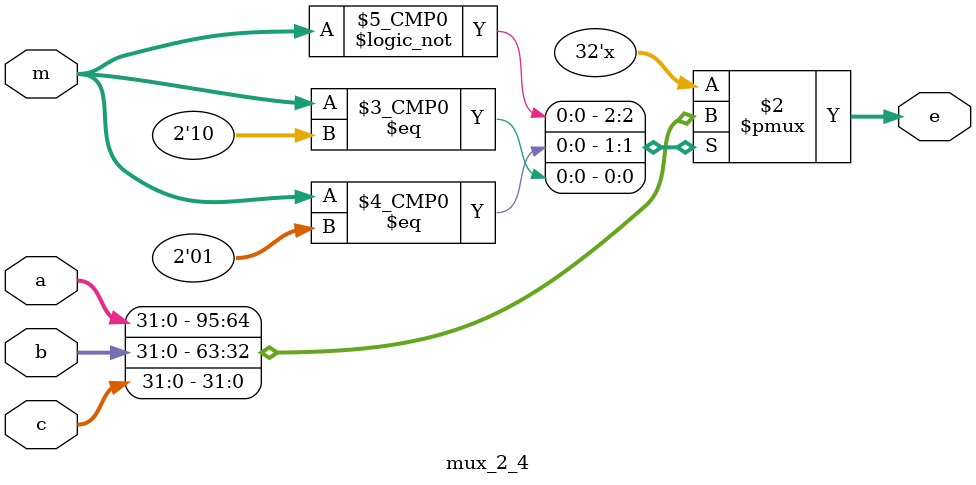
<source format=v>
`timescale 1ns / 1ps


module mux_2_4(
input [31:0] a,
input [31:0] b,
input [31:0] c,
input [1:0] m,
output reg [31:0] e
);

always @(m or a or b or c)
begin
  case (m)//2-4Â·Ñ¡ÔñÆ÷
    2'b00:e<=a;
    2'b01:e<=b;
    2'b10:e<=c;
  endcase
end

endmodule

</source>
